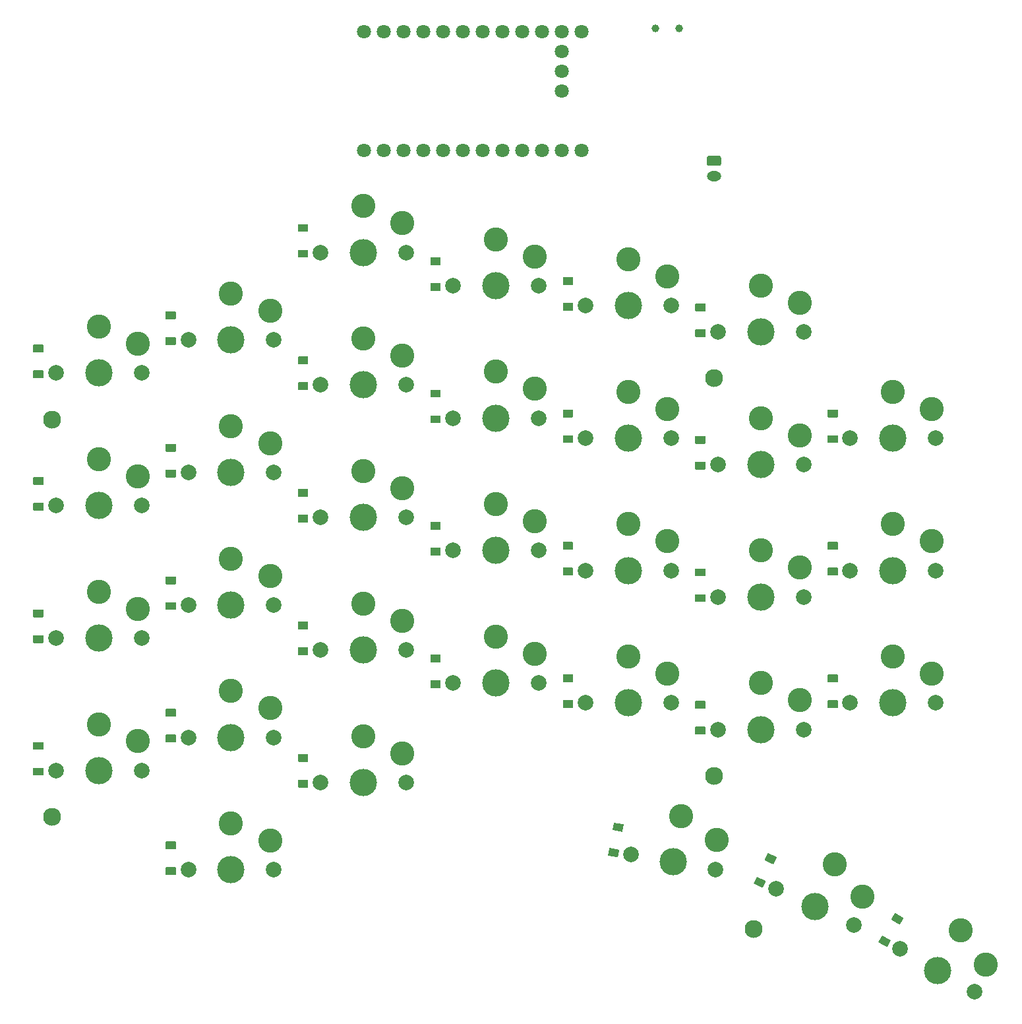
<source format=gts>
G04 #@! TF.GenerationSoftware,KiCad,Pcbnew,8.0.8+1*
G04 #@! TF.CreationDate,2025-08-10T15:44:02+00:00*
G04 #@! TF.ProjectId,left_pcb,6c656674-5f70-4636-922e-6b696361645f,v0.2*
G04 #@! TF.SameCoordinates,Original*
G04 #@! TF.FileFunction,Soldermask,Top*
G04 #@! TF.FilePolarity,Negative*
%FSLAX46Y46*%
G04 Gerber Fmt 4.6, Leading zero omitted, Abs format (unit mm)*
G04 Created by KiCad (PCBNEW 8.0.8+1) date 2025-08-10 15:44:02*
%MOMM*%
%LPD*%
G01*
G04 APERTURE LIST*
%ADD10C,1.800000*%
%ADD11C,2.300000*%
%ADD12O,1.850000X1.300000*%
%ADD13C,2.000000*%
%ADD14C,3.100000*%
%ADD15C,3.500000*%
%ADD16C,1.000000*%
G04 APERTURE END LIST*
G36*
G01*
X60650000Y-79880000D02*
X61850000Y-79880000D01*
G75*
G02*
X61900000Y-79930000I0J-50000D01*
G01*
X61900000Y-80830000D01*
G75*
G02*
X61850000Y-80880000I-50000J0D01*
G01*
X60650000Y-80880000D01*
G75*
G02*
X60600000Y-80830000I0J50000D01*
G01*
X60600000Y-79930000D01*
G75*
G02*
X60650000Y-79880000I50000J0D01*
G01*
G37*
G36*
G01*
X60650000Y-83180000D02*
X61850000Y-83180000D01*
G75*
G02*
X61900000Y-83230000I0J-50000D01*
G01*
X61900000Y-84130000D01*
G75*
G02*
X61850000Y-84180000I-50000J0D01*
G01*
X60650000Y-84180000D01*
G75*
G02*
X60600000Y-84130000I0J50000D01*
G01*
X60600000Y-83230000D01*
G75*
G02*
X60650000Y-83180000I50000J0D01*
G01*
G37*
D10*
X69050000Y-38150000D03*
X71590000Y-38150000D03*
X74130000Y-38150000D03*
X76670000Y-38150000D03*
X79210000Y-38150000D03*
X81750000Y-38150000D03*
X84290000Y-38150000D03*
X86830000Y-38150000D03*
X89370000Y-38150000D03*
X91910000Y-38150000D03*
X94450000Y-38150000D03*
X96990000Y-38150000D03*
X96990000Y-53390000D03*
X94450000Y-53390000D03*
X91910000Y-53390000D03*
X89370000Y-53390000D03*
X86830000Y-53390000D03*
X84290000Y-53390000D03*
X81750000Y-53390000D03*
X79210000Y-53390000D03*
X76670000Y-53390000D03*
X74130000Y-53390000D03*
X71590000Y-53390000D03*
X69050000Y-53390000D03*
X94450000Y-40690000D03*
X94450000Y-43230000D03*
X94450000Y-45770000D03*
G36*
G01*
X111650000Y-124080000D02*
X112850000Y-124080000D01*
G75*
G02*
X112900000Y-124130000I0J-50000D01*
G01*
X112900000Y-125030000D01*
G75*
G02*
X112850000Y-125080000I-50000J0D01*
G01*
X111650000Y-125080000D01*
G75*
G02*
X111600000Y-125030000I0J50000D01*
G01*
X111600000Y-124130000D01*
G75*
G02*
X111650000Y-124080000I50000J0D01*
G01*
G37*
G36*
G01*
X111650000Y-127380000D02*
X112850000Y-127380000D01*
G75*
G02*
X112900000Y-127430000I0J-50000D01*
G01*
X112900000Y-128330000D01*
G75*
G02*
X112850000Y-128380000I-50000J0D01*
G01*
X111650000Y-128380000D01*
G75*
G02*
X111600000Y-128330000I0J50000D01*
G01*
X111600000Y-127430000D01*
G75*
G02*
X111650000Y-127380000I50000J0D01*
G01*
G37*
G36*
G01*
X101190670Y-139685490D02*
X102372439Y-139893867D01*
G75*
G02*
X102412997Y-139951789I-8682J-49240D01*
G01*
X102256714Y-140838116D01*
G75*
G02*
X102198792Y-140878674I-49240J8682D01*
G01*
X101017023Y-140670297D01*
G75*
G02*
X100976465Y-140612375I8682J49240D01*
G01*
X101132748Y-139726048D01*
G75*
G02*
X101190670Y-139685490I49240J-8682D01*
G01*
G37*
G36*
G01*
X100617632Y-142935356D02*
X101799401Y-143143733D01*
G75*
G02*
X101839959Y-143201655I-8682J-49240D01*
G01*
X101683676Y-144087982D01*
G75*
G02*
X101625754Y-144128540I-49240J8682D01*
G01*
X100443985Y-143920163D01*
G75*
G02*
X100403427Y-143862241I8682J49240D01*
G01*
X100559710Y-142975914D01*
G75*
G02*
X100617632Y-142935356I49240J-8682D01*
G01*
G37*
G36*
G01*
X111650000Y-73080000D02*
X112850000Y-73080000D01*
G75*
G02*
X112900000Y-73130000I0J-50000D01*
G01*
X112900000Y-74030000D01*
G75*
G02*
X112850000Y-74080000I-50000J0D01*
G01*
X111650000Y-74080000D01*
G75*
G02*
X111600000Y-74030000I0J50000D01*
G01*
X111600000Y-73130000D01*
G75*
G02*
X111650000Y-73080000I50000J0D01*
G01*
G37*
G36*
G01*
X111650000Y-76380000D02*
X112850000Y-76380000D01*
G75*
G02*
X112900000Y-76430000I0J-50000D01*
G01*
X112900000Y-77330000D01*
G75*
G02*
X112850000Y-77380000I-50000J0D01*
G01*
X111650000Y-77380000D01*
G75*
G02*
X111600000Y-77330000I0J50000D01*
G01*
X111600000Y-76430000D01*
G75*
G02*
X111650000Y-76380000I50000J0D01*
G01*
G37*
G36*
G01*
X111650000Y-90080000D02*
X112850000Y-90080000D01*
G75*
G02*
X112900000Y-90130000I0J-50000D01*
G01*
X112900000Y-91030000D01*
G75*
G02*
X112850000Y-91080000I-50000J0D01*
G01*
X111650000Y-91080000D01*
G75*
G02*
X111600000Y-91030000I0J50000D01*
G01*
X111600000Y-90130000D01*
G75*
G02*
X111650000Y-90080000I50000J0D01*
G01*
G37*
G36*
G01*
X111650000Y-93380000D02*
X112850000Y-93380000D01*
G75*
G02*
X112900000Y-93430000I0J-50000D01*
G01*
X112900000Y-94330000D01*
G75*
G02*
X112850000Y-94380000I-50000J0D01*
G01*
X111650000Y-94380000D01*
G75*
G02*
X111600000Y-94330000I0J50000D01*
G01*
X111600000Y-93430000D01*
G75*
G02*
X111650000Y-93380000I50000J0D01*
G01*
G37*
D11*
X29050000Y-138950000D03*
G36*
G01*
X94650000Y-120680000D02*
X95850000Y-120680000D01*
G75*
G02*
X95900000Y-120730000I0J-50000D01*
G01*
X95900000Y-121630000D01*
G75*
G02*
X95850000Y-121680000I-50000J0D01*
G01*
X94650000Y-121680000D01*
G75*
G02*
X94600000Y-121630000I0J50000D01*
G01*
X94600000Y-120730000D01*
G75*
G02*
X94650000Y-120680000I50000J0D01*
G01*
G37*
G36*
G01*
X94650000Y-123980000D02*
X95850000Y-123980000D01*
G75*
G02*
X95900000Y-124030000I0J-50000D01*
G01*
X95900000Y-124930000D01*
G75*
G02*
X95850000Y-124980000I-50000J0D01*
G01*
X94650000Y-124980000D01*
G75*
G02*
X94600000Y-124930000I0J50000D01*
G01*
X94600000Y-124030000D01*
G75*
G02*
X94650000Y-123980000I50000J0D01*
G01*
G37*
G36*
G01*
X111650000Y-107080000D02*
X112850000Y-107080000D01*
G75*
G02*
X112900000Y-107130000I0J-50000D01*
G01*
X112900000Y-108030000D01*
G75*
G02*
X112850000Y-108080000I-50000J0D01*
G01*
X111650000Y-108080000D01*
G75*
G02*
X111600000Y-108030000I0J50000D01*
G01*
X111600000Y-107130000D01*
G75*
G02*
X111650000Y-107080000I50000J0D01*
G01*
G37*
G36*
G01*
X111650000Y-110380000D02*
X112850000Y-110380000D01*
G75*
G02*
X112900000Y-110430000I0J-50000D01*
G01*
X112900000Y-111330000D01*
G75*
G02*
X112850000Y-111380000I-50000J0D01*
G01*
X111650000Y-111380000D01*
G75*
G02*
X111600000Y-111330000I0J50000D01*
G01*
X111600000Y-110430000D01*
G75*
G02*
X111650000Y-110380000I50000J0D01*
G01*
G37*
G36*
G01*
X113335000Y-54120000D02*
X114665000Y-54120000D01*
G75*
G02*
X114925000Y-54380000I0J-260000D01*
G01*
X114925000Y-55160000D01*
G75*
G02*
X114665000Y-55420000I-260000J0D01*
G01*
X113335000Y-55420000D01*
G75*
G02*
X113075000Y-55160000I0J260000D01*
G01*
X113075000Y-54380000D01*
G75*
G02*
X113335000Y-54120000I260000J0D01*
G01*
G37*
D12*
X114000000Y-56770000D03*
G36*
G01*
X43650000Y-74100000D02*
X44850000Y-74100000D01*
G75*
G02*
X44900000Y-74150000I0J-50000D01*
G01*
X44900000Y-75050000D01*
G75*
G02*
X44850000Y-75100000I-50000J0D01*
G01*
X43650000Y-75100000D01*
G75*
G02*
X43600000Y-75050000I0J50000D01*
G01*
X43600000Y-74150000D01*
G75*
G02*
X43650000Y-74100000I50000J0D01*
G01*
G37*
G36*
G01*
X43650000Y-77400000D02*
X44850000Y-77400000D01*
G75*
G02*
X44900000Y-77450000I0J-50000D01*
G01*
X44900000Y-78350000D01*
G75*
G02*
X44850000Y-78400000I-50000J0D01*
G01*
X43650000Y-78400000D01*
G75*
G02*
X43600000Y-78350000I0J50000D01*
G01*
X43600000Y-77450000D01*
G75*
G02*
X43650000Y-77400000I50000J0D01*
G01*
G37*
G36*
G01*
X43650000Y-108100000D02*
X44850000Y-108100000D01*
G75*
G02*
X44900000Y-108150000I0J-50000D01*
G01*
X44900000Y-109050000D01*
G75*
G02*
X44850000Y-109100000I-50000J0D01*
G01*
X43650000Y-109100000D01*
G75*
G02*
X43600000Y-109050000I0J50000D01*
G01*
X43600000Y-108150000D01*
G75*
G02*
X43650000Y-108100000I50000J0D01*
G01*
G37*
G36*
G01*
X43650000Y-111400000D02*
X44850000Y-111400000D01*
G75*
G02*
X44900000Y-111450000I0J-50000D01*
G01*
X44900000Y-112350000D01*
G75*
G02*
X44850000Y-112400000I-50000J0D01*
G01*
X43650000Y-112400000D01*
G75*
G02*
X43600000Y-112350000I0J50000D01*
G01*
X43600000Y-111450000D01*
G75*
G02*
X43650000Y-111400000I50000J0D01*
G01*
G37*
G36*
G01*
X43650000Y-91100000D02*
X44850000Y-91100000D01*
G75*
G02*
X44900000Y-91150000I0J-50000D01*
G01*
X44900000Y-92050000D01*
G75*
G02*
X44850000Y-92100000I-50000J0D01*
G01*
X43650000Y-92100000D01*
G75*
G02*
X43600000Y-92050000I0J50000D01*
G01*
X43600000Y-91150000D01*
G75*
G02*
X43650000Y-91100000I50000J0D01*
G01*
G37*
G36*
G01*
X43650000Y-94400000D02*
X44850000Y-94400000D01*
G75*
G02*
X44900000Y-94450000I0J-50000D01*
G01*
X44900000Y-95350000D01*
G75*
G02*
X44850000Y-95400000I-50000J0D01*
G01*
X43650000Y-95400000D01*
G75*
G02*
X43600000Y-95350000I0J50000D01*
G01*
X43600000Y-94450000D01*
G75*
G02*
X43650000Y-94400000I50000J0D01*
G01*
G37*
G36*
G01*
X26650000Y-112350000D02*
X27850000Y-112350000D01*
G75*
G02*
X27900000Y-112400000I0J-50000D01*
G01*
X27900000Y-113300000D01*
G75*
G02*
X27850000Y-113350000I-50000J0D01*
G01*
X26650000Y-113350000D01*
G75*
G02*
X26600000Y-113300000I0J50000D01*
G01*
X26600000Y-112400000D01*
G75*
G02*
X26650000Y-112350000I50000J0D01*
G01*
G37*
G36*
G01*
X26650000Y-115650000D02*
X27850000Y-115650000D01*
G75*
G02*
X27900000Y-115700000I0J-50000D01*
G01*
X27900000Y-116600000D01*
G75*
G02*
X27850000Y-116650000I-50000J0D01*
G01*
X26650000Y-116650000D01*
G75*
G02*
X26600000Y-116600000I0J50000D01*
G01*
X26600000Y-115700000D01*
G75*
G02*
X26650000Y-115650000I50000J0D01*
G01*
G37*
G36*
G01*
X43650000Y-125100000D02*
X44850000Y-125100000D01*
G75*
G02*
X44900000Y-125150000I0J-50000D01*
G01*
X44900000Y-126050000D01*
G75*
G02*
X44850000Y-126100000I-50000J0D01*
G01*
X43650000Y-126100000D01*
G75*
G02*
X43600000Y-126050000I0J50000D01*
G01*
X43600000Y-125150000D01*
G75*
G02*
X43650000Y-125100000I50000J0D01*
G01*
G37*
G36*
G01*
X43650000Y-128400000D02*
X44850000Y-128400000D01*
G75*
G02*
X44900000Y-128450000I0J-50000D01*
G01*
X44900000Y-129350000D01*
G75*
G02*
X44850000Y-129400000I-50000J0D01*
G01*
X43650000Y-129400000D01*
G75*
G02*
X43600000Y-129350000I0J50000D01*
G01*
X43600000Y-128450000D01*
G75*
G02*
X43650000Y-128400000I50000J0D01*
G01*
G37*
G36*
G01*
X120945615Y-143628629D02*
X122033184Y-144135770D01*
G75*
G02*
X122057368Y-144202216I-21131J-45315D01*
G01*
X121677011Y-145017893D01*
G75*
G02*
X121610565Y-145042077I-45315J21131D01*
G01*
X120522996Y-144534936D01*
G75*
G02*
X120498812Y-144468490I21131J45315D01*
G01*
X120879169Y-143652813D01*
G75*
G02*
X120945615Y-143628629I45315J-21131D01*
G01*
G37*
G36*
G01*
X119550975Y-146619445D02*
X120638544Y-147126586D01*
G75*
G02*
X120662728Y-147193032I-21131J-45315D01*
G01*
X120282371Y-148008709D01*
G75*
G02*
X120215925Y-148032893I-45315J21131D01*
G01*
X119128356Y-147525752D01*
G75*
G02*
X119104172Y-147459306I21131J45315D01*
G01*
X119484529Y-146643629D01*
G75*
G02*
X119550975Y-146619445I45315J-21131D01*
G01*
G37*
G36*
G01*
X60650000Y-62880000D02*
X61850000Y-62880000D01*
G75*
G02*
X61900000Y-62930000I0J-50000D01*
G01*
X61900000Y-63830000D01*
G75*
G02*
X61850000Y-63880000I-50000J0D01*
G01*
X60650000Y-63880000D01*
G75*
G02*
X60600000Y-63830000I0J50000D01*
G01*
X60600000Y-62930000D01*
G75*
G02*
X60650000Y-62880000I50000J0D01*
G01*
G37*
G36*
G01*
X60650000Y-66180000D02*
X61850000Y-66180000D01*
G75*
G02*
X61900000Y-66230000I0J-50000D01*
G01*
X61900000Y-67130000D01*
G75*
G02*
X61850000Y-67180000I-50000J0D01*
G01*
X60650000Y-67180000D01*
G75*
G02*
X60600000Y-67130000I0J50000D01*
G01*
X60600000Y-66230000D01*
G75*
G02*
X60650000Y-66180000I50000J0D01*
G01*
G37*
G36*
G01*
X94650000Y-69680000D02*
X95850000Y-69680000D01*
G75*
G02*
X95900000Y-69730000I0J-50000D01*
G01*
X95900000Y-70630000D01*
G75*
G02*
X95850000Y-70680000I-50000J0D01*
G01*
X94650000Y-70680000D01*
G75*
G02*
X94600000Y-70630000I0J50000D01*
G01*
X94600000Y-69730000D01*
G75*
G02*
X94650000Y-69680000I50000J0D01*
G01*
G37*
G36*
G01*
X94650000Y-72980000D02*
X95850000Y-72980000D01*
G75*
G02*
X95900000Y-73030000I0J-50000D01*
G01*
X95900000Y-73930000D01*
G75*
G02*
X95850000Y-73980000I-50000J0D01*
G01*
X94650000Y-73980000D01*
G75*
G02*
X94600000Y-73930000I0J50000D01*
G01*
X94600000Y-73030000D01*
G75*
G02*
X94650000Y-72980000I50000J0D01*
G01*
G37*
G36*
G01*
X77650000Y-118130000D02*
X78850000Y-118130000D01*
G75*
G02*
X78900000Y-118180000I0J-50000D01*
G01*
X78900000Y-119080000D01*
G75*
G02*
X78850000Y-119130000I-50000J0D01*
G01*
X77650000Y-119130000D01*
G75*
G02*
X77600000Y-119080000I0J50000D01*
G01*
X77600000Y-118180000D01*
G75*
G02*
X77650000Y-118130000I50000J0D01*
G01*
G37*
G36*
G01*
X77650000Y-121430000D02*
X78850000Y-121430000D01*
G75*
G02*
X78900000Y-121480000I0J-50000D01*
G01*
X78900000Y-122380000D01*
G75*
G02*
X78850000Y-122430000I-50000J0D01*
G01*
X77650000Y-122430000D01*
G75*
G02*
X77600000Y-122380000I0J50000D01*
G01*
X77600000Y-121480000D01*
G75*
G02*
X77650000Y-121430000I50000J0D01*
G01*
G37*
G36*
G01*
X77650000Y-84130000D02*
X78850000Y-84130000D01*
G75*
G02*
X78900000Y-84180000I0J-50000D01*
G01*
X78900000Y-85080000D01*
G75*
G02*
X78850000Y-85130000I-50000J0D01*
G01*
X77650000Y-85130000D01*
G75*
G02*
X77600000Y-85080000I0J50000D01*
G01*
X77600000Y-84180000D01*
G75*
G02*
X77650000Y-84130000I50000J0D01*
G01*
G37*
G36*
G01*
X77650000Y-87430000D02*
X78850000Y-87430000D01*
G75*
G02*
X78900000Y-87480000I0J-50000D01*
G01*
X78900000Y-88380000D01*
G75*
G02*
X78850000Y-88430000I-50000J0D01*
G01*
X77650000Y-88430000D01*
G75*
G02*
X77600000Y-88380000I0J50000D01*
G01*
X77600000Y-87480000D01*
G75*
G02*
X77650000Y-87430000I50000J0D01*
G01*
G37*
G36*
G01*
X60650000Y-130880000D02*
X61850000Y-130880000D01*
G75*
G02*
X61900000Y-130930000I0J-50000D01*
G01*
X61900000Y-131830000D01*
G75*
G02*
X61850000Y-131880000I-50000J0D01*
G01*
X60650000Y-131880000D01*
G75*
G02*
X60600000Y-131830000I0J50000D01*
G01*
X60600000Y-130930000D01*
G75*
G02*
X60650000Y-130880000I50000J0D01*
G01*
G37*
G36*
G01*
X60650000Y-134180000D02*
X61850000Y-134180000D01*
G75*
G02*
X61900000Y-134230000I0J-50000D01*
G01*
X61900000Y-135130000D01*
G75*
G02*
X61850000Y-135180000I-50000J0D01*
G01*
X60650000Y-135180000D01*
G75*
G02*
X60600000Y-135130000I0J50000D01*
G01*
X60600000Y-134230000D01*
G75*
G02*
X60650000Y-134180000I50000J0D01*
G01*
G37*
G36*
G01*
X26650000Y-129350000D02*
X27850000Y-129350000D01*
G75*
G02*
X27900000Y-129400000I0J-50000D01*
G01*
X27900000Y-130300000D01*
G75*
G02*
X27850000Y-130350000I-50000J0D01*
G01*
X26650000Y-130350000D01*
G75*
G02*
X26600000Y-130300000I0J50000D01*
G01*
X26600000Y-129400000D01*
G75*
G02*
X26650000Y-129350000I50000J0D01*
G01*
G37*
G36*
G01*
X26650000Y-132650000D02*
X27850000Y-132650000D01*
G75*
G02*
X27900000Y-132700000I0J-50000D01*
G01*
X27900000Y-133600000D01*
G75*
G02*
X27850000Y-133650000I-50000J0D01*
G01*
X26650000Y-133650000D01*
G75*
G02*
X26600000Y-133600000I0J50000D01*
G01*
X26600000Y-132700000D01*
G75*
G02*
X26650000Y-132650000I50000J0D01*
G01*
G37*
G36*
G01*
X77650000Y-101130000D02*
X78850000Y-101130000D01*
G75*
G02*
X78900000Y-101180000I0J-50000D01*
G01*
X78900000Y-102080000D01*
G75*
G02*
X78850000Y-102130000I-50000J0D01*
G01*
X77650000Y-102130000D01*
G75*
G02*
X77600000Y-102080000I0J50000D01*
G01*
X77600000Y-101180000D01*
G75*
G02*
X77650000Y-101130000I50000J0D01*
G01*
G37*
G36*
G01*
X77650000Y-104430000D02*
X78850000Y-104430000D01*
G75*
G02*
X78900000Y-104480000I0J-50000D01*
G01*
X78900000Y-105380000D01*
G75*
G02*
X78850000Y-105430000I-50000J0D01*
G01*
X77650000Y-105430000D01*
G75*
G02*
X77600000Y-105380000I0J50000D01*
G01*
X77600000Y-104480000D01*
G75*
G02*
X77650000Y-104430000I50000J0D01*
G01*
G37*
G36*
G01*
X94650000Y-86680000D02*
X95850000Y-86680000D01*
G75*
G02*
X95900000Y-86730000I0J-50000D01*
G01*
X95900000Y-87630000D01*
G75*
G02*
X95850000Y-87680000I-50000J0D01*
G01*
X94650000Y-87680000D01*
G75*
G02*
X94600000Y-87630000I0J50000D01*
G01*
X94600000Y-86730000D01*
G75*
G02*
X94650000Y-86680000I50000J0D01*
G01*
G37*
G36*
G01*
X94650000Y-89980000D02*
X95850000Y-89980000D01*
G75*
G02*
X95900000Y-90030000I0J-50000D01*
G01*
X95900000Y-90930000D01*
G75*
G02*
X95850000Y-90980000I-50000J0D01*
G01*
X94650000Y-90980000D01*
G75*
G02*
X94600000Y-90930000I0J50000D01*
G01*
X94600000Y-90030000D01*
G75*
G02*
X94650000Y-89980000I50000J0D01*
G01*
G37*
G36*
G01*
X128650000Y-86680000D02*
X129850000Y-86680000D01*
G75*
G02*
X129900000Y-86730000I0J-50000D01*
G01*
X129900000Y-87630000D01*
G75*
G02*
X129850000Y-87680000I-50000J0D01*
G01*
X128650000Y-87680000D01*
G75*
G02*
X128600000Y-87630000I0J50000D01*
G01*
X128600000Y-86730000D01*
G75*
G02*
X128650000Y-86680000I50000J0D01*
G01*
G37*
G36*
G01*
X128650000Y-89980000D02*
X129850000Y-89980000D01*
G75*
G02*
X129900000Y-90030000I0J-50000D01*
G01*
X129900000Y-90930000D01*
G75*
G02*
X129850000Y-90980000I-50000J0D01*
G01*
X128650000Y-90980000D01*
G75*
G02*
X128600000Y-90930000I0J50000D01*
G01*
X128600000Y-90030000D01*
G75*
G02*
X128650000Y-89980000I50000J0D01*
G01*
G37*
G36*
G01*
X26650000Y-78350000D02*
X27850000Y-78350000D01*
G75*
G02*
X27900000Y-78400000I0J-50000D01*
G01*
X27900000Y-79300000D01*
G75*
G02*
X27850000Y-79350000I-50000J0D01*
G01*
X26650000Y-79350000D01*
G75*
G02*
X26600000Y-79300000I0J50000D01*
G01*
X26600000Y-78400000D01*
G75*
G02*
X26650000Y-78350000I50000J0D01*
G01*
G37*
G36*
G01*
X26650000Y-81650000D02*
X27850000Y-81650000D01*
G75*
G02*
X27900000Y-81700000I0J-50000D01*
G01*
X27900000Y-82600000D01*
G75*
G02*
X27850000Y-82650000I-50000J0D01*
G01*
X26650000Y-82650000D01*
G75*
G02*
X26600000Y-82600000I0J50000D01*
G01*
X26600000Y-81700000D01*
G75*
G02*
X26650000Y-81650000I50000J0D01*
G01*
G37*
D11*
X114050000Y-82680000D03*
G36*
G01*
X128650000Y-103680000D02*
X129850000Y-103680000D01*
G75*
G02*
X129900000Y-103730000I0J-50000D01*
G01*
X129900000Y-104630000D01*
G75*
G02*
X129850000Y-104680000I-50000J0D01*
G01*
X128650000Y-104680000D01*
G75*
G02*
X128600000Y-104630000I0J50000D01*
G01*
X128600000Y-103730000D01*
G75*
G02*
X128650000Y-103680000I50000J0D01*
G01*
G37*
G36*
G01*
X128650000Y-106980000D02*
X129850000Y-106980000D01*
G75*
G02*
X129900000Y-107030000I0J-50000D01*
G01*
X129900000Y-107930000D01*
G75*
G02*
X129850000Y-107980000I-50000J0D01*
G01*
X128650000Y-107980000D01*
G75*
G02*
X128600000Y-107930000I0J50000D01*
G01*
X128600000Y-107030000D01*
G75*
G02*
X128650000Y-106980000I50000J0D01*
G01*
G37*
G36*
G01*
X60650000Y-113880000D02*
X61850000Y-113880000D01*
G75*
G02*
X61900000Y-113930000I0J-50000D01*
G01*
X61900000Y-114830000D01*
G75*
G02*
X61850000Y-114880000I-50000J0D01*
G01*
X60650000Y-114880000D01*
G75*
G02*
X60600000Y-114830000I0J50000D01*
G01*
X60600000Y-113930000D01*
G75*
G02*
X60650000Y-113880000I50000J0D01*
G01*
G37*
G36*
G01*
X60650000Y-117180000D02*
X61850000Y-117180000D01*
G75*
G02*
X61900000Y-117230000I0J-50000D01*
G01*
X61900000Y-118130000D01*
G75*
G02*
X61850000Y-118180000I-50000J0D01*
G01*
X60650000Y-118180000D01*
G75*
G02*
X60600000Y-118130000I0J50000D01*
G01*
X60600000Y-117230000D01*
G75*
G02*
X60650000Y-117180000I50000J0D01*
G01*
G37*
X29050000Y-87950000D03*
G36*
G01*
X137286993Y-151314178D02*
X138326223Y-151914178D01*
G75*
G02*
X138344524Y-151982479I-25000J-43301D01*
G01*
X137894524Y-152761901D01*
G75*
G02*
X137826223Y-152780202I-43301J25000D01*
G01*
X136786993Y-152180202D01*
G75*
G02*
X136768692Y-152111901I25000J43301D01*
G01*
X137218692Y-151332479D01*
G75*
G02*
X137286993Y-151314178I43301J-25000D01*
G01*
G37*
G36*
G01*
X135636993Y-154172062D02*
X136676223Y-154772062D01*
G75*
G02*
X136694524Y-154840363I-25000J-43301D01*
G01*
X136244524Y-155619785D01*
G75*
G02*
X136176223Y-155638086I-43301J25000D01*
G01*
X135136993Y-155038086D01*
G75*
G02*
X135118692Y-154969785I25000J43301D01*
G01*
X135568692Y-154190363D01*
G75*
G02*
X135636993Y-154172062I43301J-25000D01*
G01*
G37*
G36*
G01*
X77650000Y-67130000D02*
X78850000Y-67130000D01*
G75*
G02*
X78900000Y-67180000I0J-50000D01*
G01*
X78900000Y-68080000D01*
G75*
G02*
X78850000Y-68130000I-50000J0D01*
G01*
X77650000Y-68130000D01*
G75*
G02*
X77600000Y-68080000I0J50000D01*
G01*
X77600000Y-67180000D01*
G75*
G02*
X77650000Y-67130000I50000J0D01*
G01*
G37*
G36*
G01*
X77650000Y-70430000D02*
X78850000Y-70430000D01*
G75*
G02*
X78900000Y-70480000I0J-50000D01*
G01*
X78900000Y-71380000D01*
G75*
G02*
X78850000Y-71430000I-50000J0D01*
G01*
X77650000Y-71430000D01*
G75*
G02*
X77600000Y-71380000I0J50000D01*
G01*
X77600000Y-70480000D01*
G75*
G02*
X77650000Y-70430000I50000J0D01*
G01*
G37*
G36*
G01*
X94650000Y-103680000D02*
X95850000Y-103680000D01*
G75*
G02*
X95900000Y-103730000I0J-50000D01*
G01*
X95900000Y-104630000D01*
G75*
G02*
X95850000Y-104680000I-50000J0D01*
G01*
X94650000Y-104680000D01*
G75*
G02*
X94600000Y-104630000I0J50000D01*
G01*
X94600000Y-103730000D01*
G75*
G02*
X94650000Y-103680000I50000J0D01*
G01*
G37*
G36*
G01*
X94650000Y-106980000D02*
X95850000Y-106980000D01*
G75*
G02*
X95900000Y-107030000I0J-50000D01*
G01*
X95900000Y-107930000D01*
G75*
G02*
X95850000Y-107980000I-50000J0D01*
G01*
X94650000Y-107980000D01*
G75*
G02*
X94600000Y-107930000I0J50000D01*
G01*
X94600000Y-107030000D01*
G75*
G02*
X94650000Y-106980000I50000J0D01*
G01*
G37*
G36*
G01*
X128650000Y-120680000D02*
X129850000Y-120680000D01*
G75*
G02*
X129900000Y-120730000I0J-50000D01*
G01*
X129900000Y-121630000D01*
G75*
G02*
X129850000Y-121680000I-50000J0D01*
G01*
X128650000Y-121680000D01*
G75*
G02*
X128600000Y-121630000I0J50000D01*
G01*
X128600000Y-120730000D01*
G75*
G02*
X128650000Y-120680000I50000J0D01*
G01*
G37*
G36*
G01*
X128650000Y-123980000D02*
X129850000Y-123980000D01*
G75*
G02*
X129900000Y-124030000I0J-50000D01*
G01*
X129900000Y-124930000D01*
G75*
G02*
X129850000Y-124980000I-50000J0D01*
G01*
X128650000Y-124980000D01*
G75*
G02*
X128600000Y-124930000I0J50000D01*
G01*
X128600000Y-124030000D01*
G75*
G02*
X128650000Y-123980000I50000J0D01*
G01*
G37*
X114050000Y-133680000D03*
X119063618Y-153343467D03*
G36*
G01*
X60650000Y-96880000D02*
X61850000Y-96880000D01*
G75*
G02*
X61900000Y-96930000I0J-50000D01*
G01*
X61900000Y-97830000D01*
G75*
G02*
X61850000Y-97880000I-50000J0D01*
G01*
X60650000Y-97880000D01*
G75*
G02*
X60600000Y-97830000I0J50000D01*
G01*
X60600000Y-96930000D01*
G75*
G02*
X60650000Y-96880000I50000J0D01*
G01*
G37*
G36*
G01*
X60650000Y-100180000D02*
X61850000Y-100180000D01*
G75*
G02*
X61900000Y-100230000I0J-50000D01*
G01*
X61900000Y-101130000D01*
G75*
G02*
X61850000Y-101180000I-50000J0D01*
G01*
X60650000Y-101180000D01*
G75*
G02*
X60600000Y-101130000I0J50000D01*
G01*
X60600000Y-100230000D01*
G75*
G02*
X60650000Y-100180000I50000J0D01*
G01*
G37*
G36*
G01*
X43650000Y-142100000D02*
X44850000Y-142100000D01*
G75*
G02*
X44900000Y-142150000I0J-50000D01*
G01*
X44900000Y-143050000D01*
G75*
G02*
X44850000Y-143100000I-50000J0D01*
G01*
X43650000Y-143100000D01*
G75*
G02*
X43600000Y-143050000I0J50000D01*
G01*
X43600000Y-142150000D01*
G75*
G02*
X43650000Y-142100000I50000J0D01*
G01*
G37*
G36*
G01*
X43650000Y-145400000D02*
X44850000Y-145400000D01*
G75*
G02*
X44900000Y-145450000I0J-50000D01*
G01*
X44900000Y-146350000D01*
G75*
G02*
X44850000Y-146400000I-50000J0D01*
G01*
X43650000Y-146400000D01*
G75*
G02*
X43600000Y-146350000I0J50000D01*
G01*
X43600000Y-145450000D01*
G75*
G02*
X43650000Y-145400000I50000J0D01*
G01*
G37*
G36*
G01*
X26650000Y-95350000D02*
X27850000Y-95350000D01*
G75*
G02*
X27900000Y-95400000I0J-50000D01*
G01*
X27900000Y-96300000D01*
G75*
G02*
X27850000Y-96350000I-50000J0D01*
G01*
X26650000Y-96350000D01*
G75*
G02*
X26600000Y-96300000I0J50000D01*
G01*
X26600000Y-95400000D01*
G75*
G02*
X26650000Y-95350000I50000J0D01*
G01*
G37*
G36*
G01*
X26650000Y-98650000D02*
X27850000Y-98650000D01*
G75*
G02*
X27900000Y-98700000I0J-50000D01*
G01*
X27900000Y-99600000D01*
G75*
G02*
X27850000Y-99650000I-50000J0D01*
G01*
X26650000Y-99650000D01*
G75*
G02*
X26600000Y-99600000I0J50000D01*
G01*
X26600000Y-98700000D01*
G75*
G02*
X26650000Y-98650000I50000J0D01*
G01*
G37*
D13*
X80500000Y-70780000D03*
D14*
X86000000Y-64830000D03*
D15*
X86000000Y-70780000D03*
D14*
X91000000Y-67030000D03*
D13*
X91500000Y-70780000D03*
X63500000Y-83530000D03*
D14*
X69000000Y-77580000D03*
D15*
X69000000Y-83530000D03*
D14*
X74000000Y-79780000D03*
D13*
X74500000Y-83530000D03*
X137930165Y-155900170D03*
D14*
X145668305Y-153497319D03*
D15*
X142693305Y-158650170D03*
D14*
X148898432Y-157902575D03*
D13*
X147456445Y-161400170D03*
X114500000Y-76730000D03*
D14*
X120000000Y-70780000D03*
D15*
X120000000Y-76730000D03*
D14*
X125000000Y-72980000D03*
D13*
X125500000Y-76730000D03*
X63500000Y-134530000D03*
D14*
X69000000Y-128580000D03*
D15*
X69000000Y-134530000D03*
D14*
X74000000Y-130780000D03*
D13*
X74500000Y-134530000D03*
X46500000Y-111750000D03*
D14*
X52000000Y-105800000D03*
D15*
X52000000Y-111750000D03*
D14*
X57000000Y-108000000D03*
D13*
X57500000Y-111750000D03*
X97500000Y-107330000D03*
D14*
X103000000Y-101380000D03*
D15*
X103000000Y-107330000D03*
D14*
X108000000Y-103580000D03*
D13*
X108500000Y-107330000D03*
X114500000Y-127730000D03*
D14*
X120000000Y-121780000D03*
D15*
X120000000Y-127730000D03*
D14*
X125000000Y-123980000D03*
D13*
X125500000Y-127730000D03*
X131500000Y-90330000D03*
D14*
X137000000Y-84380000D03*
D15*
X137000000Y-90330000D03*
D14*
X142000000Y-86580000D03*
D13*
X142500000Y-90330000D03*
X131500000Y-107330000D03*
D14*
X137000000Y-101380000D03*
D15*
X137000000Y-107330000D03*
D14*
X142000000Y-103580000D03*
D13*
X142500000Y-107330000D03*
X46500000Y-77750000D03*
D14*
X52000000Y-71800000D03*
D15*
X52000000Y-77750000D03*
D14*
X57000000Y-74000000D03*
D13*
X57500000Y-77750000D03*
X121986035Y-148141114D03*
D14*
X129485307Y-145072983D03*
D15*
X126970728Y-150465514D03*
D14*
X133087085Y-149179951D03*
D13*
X131955421Y-152789914D03*
X80500000Y-104780000D03*
D14*
X86000000Y-98830000D03*
D15*
X86000000Y-104780000D03*
D14*
X91000000Y-101030000D03*
D13*
X91500000Y-104780000D03*
X80500000Y-121780000D03*
D14*
X86000000Y-115830000D03*
D15*
X86000000Y-121780000D03*
D14*
X91000000Y-118030000D03*
D13*
X91500000Y-121780000D03*
X131500000Y-124330000D03*
D14*
X137000000Y-118380000D03*
D15*
X137000000Y-124330000D03*
D14*
X142000000Y-120580000D03*
D13*
X142500000Y-124330000D03*
X29500000Y-116000000D03*
D14*
X35000000Y-110050000D03*
D15*
X35000000Y-116000000D03*
D14*
X40000000Y-112250000D03*
D13*
X40500000Y-116000000D03*
X63500000Y-117530000D03*
D14*
X69000000Y-111580000D03*
D15*
X69000000Y-117530000D03*
D14*
X74000000Y-113780000D03*
D13*
X74500000Y-117530000D03*
X97500000Y-90330000D03*
D14*
X103000000Y-84380000D03*
D15*
X103000000Y-90330000D03*
D14*
X108000000Y-86580000D03*
D13*
X108500000Y-90330000D03*
X46500000Y-145750000D03*
D14*
X52000000Y-139800000D03*
D15*
X52000000Y-145750000D03*
D14*
X57000000Y-142000000D03*
D13*
X57500000Y-145750000D03*
D16*
X106500000Y-37745000D03*
X109500000Y-37745000D03*
D13*
X97500000Y-73330000D03*
D14*
X103000000Y-67380000D03*
D15*
X103000000Y-73330000D03*
D14*
X108000000Y-69580000D03*
D13*
X108500000Y-73330000D03*
X63500000Y-66530000D03*
D14*
X69000000Y-60580000D03*
D15*
X69000000Y-66530000D03*
D14*
X74000000Y-62780000D03*
D13*
X74500000Y-66530000D03*
X29500000Y-82000000D03*
D14*
X35000000Y-76050000D03*
D15*
X35000000Y-82000000D03*
D14*
X40000000Y-78250000D03*
D13*
X40500000Y-82000000D03*
X29500000Y-99000000D03*
D14*
X35000000Y-93050000D03*
D15*
X35000000Y-99000000D03*
D14*
X40000000Y-95250000D03*
D13*
X40500000Y-99000000D03*
X114500000Y-93730000D03*
D14*
X120000000Y-87780000D03*
D15*
X120000000Y-93730000D03*
D14*
X125000000Y-89980000D03*
D13*
X125500000Y-93730000D03*
X63500000Y-100530000D03*
D14*
X69000000Y-94580000D03*
D15*
X69000000Y-100530000D03*
D14*
X74000000Y-96780000D03*
D13*
X74500000Y-100530000D03*
X46500000Y-128750000D03*
D14*
X52000000Y-122800000D03*
D15*
X52000000Y-128750000D03*
D14*
X57000000Y-125000000D03*
D13*
X57500000Y-128750000D03*
X46500000Y-94750000D03*
D14*
X52000000Y-88800000D03*
D15*
X52000000Y-94750000D03*
D14*
X57000000Y-91000000D03*
D13*
X57500000Y-94750000D03*
X80500000Y-87780000D03*
D14*
X86000000Y-81830000D03*
D15*
X86000000Y-87780000D03*
D14*
X91000000Y-84030000D03*
D13*
X91500000Y-87780000D03*
X97500000Y-124330000D03*
D14*
X103000000Y-118380000D03*
D15*
X103000000Y-124330000D03*
D14*
X108000000Y-120580000D03*
D13*
X108500000Y-124330000D03*
X29500000Y-133000000D03*
D14*
X35000000Y-127050000D03*
D15*
X35000000Y-133000000D03*
D14*
X40000000Y-129250000D03*
D13*
X40500000Y-133000000D03*
X114500000Y-110730000D03*
D14*
X120000000Y-104780000D03*
D15*
X120000000Y-110730000D03*
D14*
X125000000Y-106980000D03*
D13*
X125500000Y-110730000D03*
X103363557Y-143774935D03*
D14*
X109813207Y-138870394D03*
D15*
X108780000Y-144730000D03*
D14*
X114355219Y-141905212D03*
D13*
X114196443Y-145685065D03*
M02*

</source>
